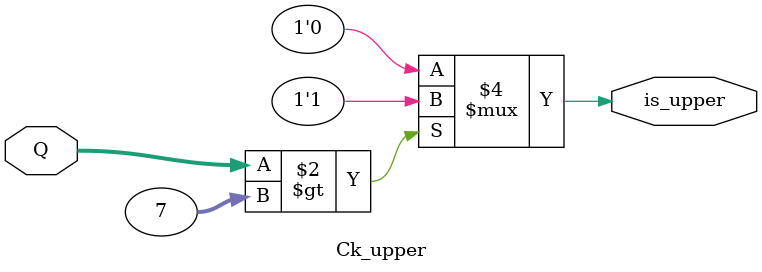
<source format=v>
`timescale 1ns / 1ps
module Ck_upper(is_upper, Q);
output is_upper;
input [3:0] Q;
reg is_upper;

always @ (Q)
begin
  if (Q>7) is_upper = 1;
  else is_upper = 0;
end
endmodule

</source>
